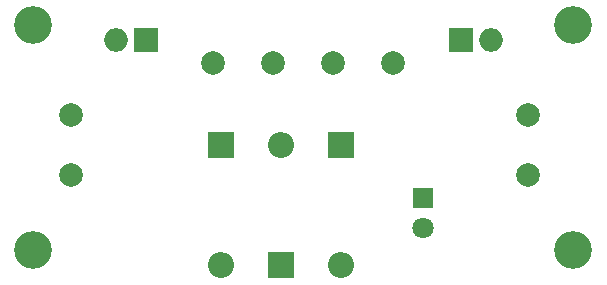
<source format=gbr>
G04 #@! TF.FileFunction,Soldermask,Bot*
%FSLAX46Y46*%
G04 Gerber Fmt 4.6, Leading zero omitted, Abs format (unit mm)*
G04 Created by KiCad (PCBNEW 4.0.0-rc1-stable) date 17/09/2017 11:41:04*
%MOMM*%
G01*
G04 APERTURE LIST*
%ADD10C,0.076200*%
%ADD11C,3.200000*%
%ADD12R,2.200000X2.200000*%
%ADD13O,2.200000X2.200000*%
%ADD14R,1.800000X1.800000*%
%ADD15C,1.800000*%
%ADD16C,2.000000*%
%ADD17O,1.998980X1.998980*%
%ADD18R,1.998980X1.998980*%
G04 APERTURE END LIST*
D10*
D11*
X179070000Y-97790000D03*
X179070000Y-116840000D03*
X133350000Y-116840000D03*
D12*
X149225000Y-107950000D03*
D13*
X149225000Y-118110000D03*
D14*
X166370000Y-112395000D03*
D15*
X166370000Y-114935000D03*
D12*
X154305000Y-118110000D03*
D13*
X154305000Y-107950000D03*
D12*
X159385000Y-107950000D03*
D13*
X159385000Y-118110000D03*
D11*
X133350000Y-97790000D03*
D16*
X136525000Y-105410000D03*
X136525000Y-110490000D03*
X175260000Y-110490000D03*
X175260000Y-105410000D03*
X153670000Y-100965000D03*
X148590000Y-100965000D03*
X163830000Y-100965000D03*
X158750000Y-100965000D03*
D17*
X172085000Y-99060000D03*
D18*
X169545000Y-99060000D03*
D17*
X140335000Y-99060000D03*
D18*
X142875000Y-99060000D03*
M02*

</source>
